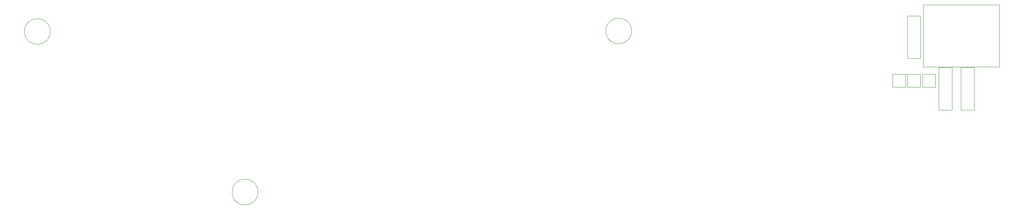
<source format=gbr>
G04 #@! TF.GenerationSoftware,KiCad,Pcbnew,(5.1.5)-3*
G04 #@! TF.CreationDate,2020-03-15T19:25:50-07:00*
G04 #@! TF.ProjectId,keyboard-layout,6b657962-6f61-4726-942d-6c61796f7574,rev?*
G04 #@! TF.SameCoordinates,Original*
G04 #@! TF.FileFunction,Other,User*
%FSLAX46Y46*%
G04 Gerber Fmt 4.6, Leading zero omitted, Abs format (unit mm)*
G04 Created by KiCad (PCBNEW (5.1.5)-3) date 2020-03-15 19:25:50*
%MOMM*%
%LPD*%
G04 APERTURE LIST*
%ADD10C,0.050000*%
G04 APERTURE END LIST*
D10*
X331153040Y-66897320D02*
X313653040Y-66897320D01*
X331153040Y-66897320D02*
X331153040Y-52697320D01*
X313653040Y-52697320D02*
X313653040Y-66897320D01*
X313653040Y-52697320D02*
X331153040Y-52697320D01*
X161065000Y-95631000D02*
G75*
G03X161065000Y-95631000I-2950000J0D01*
G01*
X113440000Y-58801000D02*
G75*
G03X113440000Y-58801000I-2950000J0D01*
G01*
X246790000Y-58674000D02*
G75*
G03X246790000Y-58674000I-2950000J0D01*
G01*
X309607080Y-71581140D02*
X306607080Y-71581140D01*
X309607080Y-71581140D02*
X309607080Y-68581140D01*
X306607080Y-68581140D02*
X306607080Y-71581140D01*
X306607080Y-68581140D02*
X309607080Y-68581140D01*
X310031000Y-55211000D02*
X310031000Y-64931000D01*
X313031000Y-55211000D02*
X310031000Y-55211000D01*
X313031000Y-64931000D02*
X313031000Y-55211000D01*
X310031000Y-64931000D02*
X313031000Y-64931000D01*
X320270000Y-76808040D02*
X320270000Y-67088040D01*
X317270000Y-76808040D02*
X320270000Y-76808040D01*
X317270000Y-67088040D02*
X317270000Y-76808040D01*
X320270000Y-67088040D02*
X317270000Y-67088040D01*
X325350000Y-76808040D02*
X325350000Y-67088040D01*
X322350000Y-76808040D02*
X325350000Y-76808040D01*
X322350000Y-67088040D02*
X322350000Y-76808040D01*
X325350000Y-67088040D02*
X322350000Y-67088040D01*
X313036080Y-71581140D02*
X310036080Y-71581140D01*
X313036080Y-71581140D02*
X313036080Y-68581140D01*
X310036080Y-68581140D02*
X310036080Y-71581140D01*
X310036080Y-68581140D02*
X313036080Y-68581140D01*
X316465080Y-71581140D02*
X313465080Y-71581140D01*
X316465080Y-71581140D02*
X316465080Y-68581140D01*
X313465080Y-68581140D02*
X313465080Y-71581140D01*
X313465080Y-68581140D02*
X316465080Y-68581140D01*
M02*

</source>
